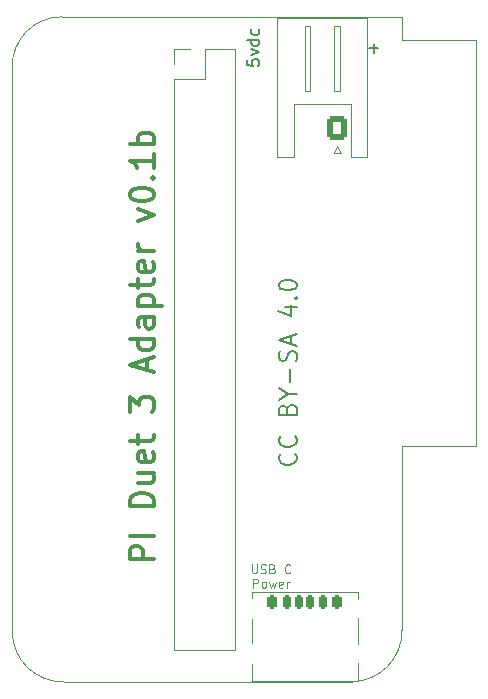
<source format=gbr>
G04 #@! TF.GenerationSoftware,KiCad,Pcbnew,(6.0.0)*
G04 #@! TF.CreationDate,2022-05-07T15:13:21-04:00*
G04 #@! TF.ProjectId,PI4Adapter,50493441-6461-4707-9465-722e6b696361,0.1b*
G04 #@! TF.SameCoordinates,Original*
G04 #@! TF.FileFunction,Legend,Top*
G04 #@! TF.FilePolarity,Positive*
%FSLAX46Y46*%
G04 Gerber Fmt 4.6, Leading zero omitted, Abs format (unit mm)*
G04 Created by KiCad (PCBNEW (6.0.0)) date 2022-05-07 15:13:21*
%MOMM*%
%LPD*%
G01*
G04 APERTURE LIST*
G04 Aperture macros list*
%AMRoundRect*
0 Rectangle with rounded corners*
0 $1 Rounding radius*
0 $2 $3 $4 $5 $6 $7 $8 $9 X,Y pos of 4 corners*
0 Add a 4 corners polygon primitive as box body*
4,1,4,$2,$3,$4,$5,$6,$7,$8,$9,$2,$3,0*
0 Add four circle primitives for the rounded corners*
1,1,$1+$1,$2,$3*
1,1,$1+$1,$4,$5*
1,1,$1+$1,$6,$7*
1,1,$1+$1,$8,$9*
0 Add four rect primitives between the rounded corners*
20,1,$1+$1,$2,$3,$4,$5,0*
20,1,$1+$1,$4,$5,$6,$7,0*
20,1,$1+$1,$6,$7,$8,$9,0*
20,1,$1+$1,$8,$9,$2,$3,0*%
G04 Aperture macros list end*
%ADD10C,0.200000*%
G04 #@! TA.AperFunction,Profile*
%ADD11C,0.100000*%
G04 #@! TD*
%ADD12C,0.300000*%
%ADD13C,0.100000*%
%ADD14C,0.120000*%
%ADD15R,1.700000X1.700000*%
%ADD16O,1.700000X1.700000*%
%ADD17RoundRect,0.250000X0.600000X0.750000X-0.600000X0.750000X-0.600000X-0.750000X0.600000X-0.750000X0*%
%ADD18O,1.700000X2.000000*%
%ADD19RoundRect,0.175000X-0.175000X-0.425000X0.175000X-0.425000X0.175000X0.425000X-0.175000X0.425000X0*%
%ADD20RoundRect,0.190000X-0.190000X-0.410000X0.190000X-0.410000X0.190000X0.410000X-0.190000X0.410000X0*%
%ADD21RoundRect,0.200000X-0.200000X-0.400000X0.200000X-0.400000X0.200000X0.400000X-0.200000X0.400000X0*%
%ADD22O,1.100000X1.700000*%
G04 APERTURE END LIST*
D10*
X134239047Y-76271428D02*
X135000952Y-76271428D01*
X134620000Y-76652380D02*
X134620000Y-75890476D01*
X123912380Y-77223809D02*
X123912380Y-77700000D01*
X124388571Y-77747619D01*
X124340952Y-77700000D01*
X124293333Y-77604761D01*
X124293333Y-77366666D01*
X124340952Y-77271428D01*
X124388571Y-77223809D01*
X124483809Y-77176190D01*
X124721904Y-77176190D01*
X124817142Y-77223809D01*
X124864761Y-77271428D01*
X124912380Y-77366666D01*
X124912380Y-77604761D01*
X124864761Y-77700000D01*
X124817142Y-77747619D01*
X124245714Y-76842857D02*
X124912380Y-76604761D01*
X124245714Y-76366666D01*
X124912380Y-75557142D02*
X123912380Y-75557142D01*
X124864761Y-75557142D02*
X124912380Y-75652380D01*
X124912380Y-75842857D01*
X124864761Y-75938095D01*
X124817142Y-75985714D01*
X124721904Y-76033333D01*
X124436190Y-76033333D01*
X124340952Y-75985714D01*
X124293333Y-75938095D01*
X124245714Y-75842857D01*
X124245714Y-75652380D01*
X124293333Y-75557142D01*
X124864761Y-74652380D02*
X124912380Y-74747619D01*
X124912380Y-74938095D01*
X124864761Y-75033333D01*
X124817142Y-75080952D01*
X124721904Y-75128571D01*
X124436190Y-75128571D01*
X124340952Y-75080952D01*
X124293333Y-75033333D01*
X124245714Y-74938095D01*
X124245714Y-74747619D01*
X124293333Y-74652380D01*
D11*
X137000000Y-75600000D02*
X143300000Y-75600000D01*
X108235592Y-73600000D02*
X137000000Y-73600000D01*
X132750000Y-129899999D02*
G75*
G03*
X137000000Y-125550000I-52366J4302311D01*
G01*
X143300000Y-109950000D02*
X137000000Y-109950000D01*
X143300000Y-75600000D02*
X143300000Y-109950000D01*
X104000000Y-125685592D02*
G75*
G03*
X108361560Y-129900000I4256623J41120D01*
G01*
X104000000Y-125685592D02*
X104000000Y-77907877D01*
X132750000Y-129900000D02*
X108361560Y-129900000D01*
X137000000Y-73600000D02*
X137000000Y-75600000D01*
X108235592Y-73600000D02*
G75*
G03*
X104000000Y-77907877I-46932J-4190054D01*
G01*
X137000000Y-109950000D02*
X137000000Y-125550000D01*
D12*
X115985341Y-119523004D02*
X113985341Y-119523004D01*
X113985341Y-118761099D01*
X114080580Y-118570623D01*
X114175818Y-118475384D01*
X114366294Y-118380146D01*
X114652008Y-118380146D01*
X114842484Y-118475384D01*
X114937722Y-118570623D01*
X115032960Y-118761099D01*
X115032960Y-119523004D01*
X115985341Y-117523004D02*
X113985341Y-117523004D01*
X115985341Y-115046813D02*
X113985341Y-115046813D01*
X113985341Y-114570623D01*
X114080580Y-114284908D01*
X114271056Y-114094432D01*
X114461532Y-113999194D01*
X114842484Y-113903956D01*
X115128199Y-113903956D01*
X115509151Y-113999194D01*
X115699627Y-114094432D01*
X115890103Y-114284908D01*
X115985341Y-114570623D01*
X115985341Y-115046813D01*
X114652008Y-112189670D02*
X115985341Y-112189670D01*
X114652008Y-113046813D02*
X115699627Y-113046813D01*
X115890103Y-112951575D01*
X115985341Y-112761099D01*
X115985341Y-112475384D01*
X115890103Y-112284908D01*
X115794865Y-112189670D01*
X115890103Y-110475384D02*
X115985341Y-110665861D01*
X115985341Y-111046813D01*
X115890103Y-111237289D01*
X115699627Y-111332527D01*
X114937722Y-111332527D01*
X114747246Y-111237289D01*
X114652008Y-111046813D01*
X114652008Y-110665861D01*
X114747246Y-110475384D01*
X114937722Y-110380146D01*
X115128199Y-110380146D01*
X115318675Y-111332527D01*
X114652008Y-109808718D02*
X114652008Y-109046813D01*
X113985341Y-109523004D02*
X115699627Y-109523004D01*
X115890103Y-109427765D01*
X115985341Y-109237289D01*
X115985341Y-109046813D01*
X113985341Y-107046813D02*
X113985341Y-105808718D01*
X114747246Y-106475384D01*
X114747246Y-106189670D01*
X114842484Y-105999194D01*
X114937722Y-105903956D01*
X115128199Y-105808718D01*
X115604389Y-105808718D01*
X115794865Y-105903956D01*
X115890103Y-105999194D01*
X115985341Y-106189670D01*
X115985341Y-106761099D01*
X115890103Y-106951575D01*
X115794865Y-107046813D01*
X115413913Y-103523004D02*
X115413913Y-102570623D01*
X115985341Y-103713480D02*
X113985341Y-103046813D01*
X115985341Y-102380146D01*
X115985341Y-100856337D02*
X113985341Y-100856337D01*
X115890103Y-100856337D02*
X115985341Y-101046813D01*
X115985341Y-101427765D01*
X115890103Y-101618242D01*
X115794865Y-101713480D01*
X115604389Y-101808718D01*
X115032960Y-101808718D01*
X114842484Y-101713480D01*
X114747246Y-101618242D01*
X114652008Y-101427765D01*
X114652008Y-101046813D01*
X114747246Y-100856337D01*
X115985341Y-99046813D02*
X114937722Y-99046813D01*
X114747246Y-99142051D01*
X114652008Y-99332527D01*
X114652008Y-99713480D01*
X114747246Y-99903956D01*
X115890103Y-99046813D02*
X115985341Y-99237289D01*
X115985341Y-99713480D01*
X115890103Y-99903956D01*
X115699627Y-99999194D01*
X115509151Y-99999194D01*
X115318675Y-99903956D01*
X115223437Y-99713480D01*
X115223437Y-99237289D01*
X115128199Y-99046813D01*
X114652008Y-98094432D02*
X116652008Y-98094432D01*
X114747246Y-98094432D02*
X114652008Y-97903956D01*
X114652008Y-97523004D01*
X114747246Y-97332527D01*
X114842484Y-97237289D01*
X115032960Y-97142051D01*
X115604389Y-97142051D01*
X115794865Y-97237289D01*
X115890103Y-97332527D01*
X115985341Y-97523004D01*
X115985341Y-97903956D01*
X115890103Y-98094432D01*
X114652008Y-96570623D02*
X114652008Y-95808718D01*
X113985341Y-96284908D02*
X115699627Y-96284908D01*
X115890103Y-96189670D01*
X115985341Y-95999194D01*
X115985341Y-95808718D01*
X115890103Y-94380146D02*
X115985341Y-94570623D01*
X115985341Y-94951575D01*
X115890103Y-95142051D01*
X115699627Y-95237289D01*
X114937722Y-95237289D01*
X114747246Y-95142051D01*
X114652008Y-94951575D01*
X114652008Y-94570623D01*
X114747246Y-94380146D01*
X114937722Y-94284908D01*
X115128199Y-94284908D01*
X115318675Y-95237289D01*
X115985341Y-93427765D02*
X114652008Y-93427765D01*
X115032960Y-93427765D02*
X114842484Y-93332527D01*
X114747246Y-93237289D01*
X114652008Y-93046813D01*
X114652008Y-92856337D01*
X114652008Y-90856337D02*
X115985341Y-90380146D01*
X114652008Y-89903956D01*
X113985341Y-88761099D02*
X113985341Y-88570623D01*
X114080580Y-88380146D01*
X114175818Y-88284908D01*
X114366294Y-88189670D01*
X114747246Y-88094432D01*
X115223437Y-88094432D01*
X115604389Y-88189670D01*
X115794865Y-88284908D01*
X115890103Y-88380146D01*
X115985341Y-88570623D01*
X115985341Y-88761099D01*
X115890103Y-88951575D01*
X115794865Y-89046813D01*
X115604389Y-89142051D01*
X115223437Y-89237289D01*
X114747246Y-89237289D01*
X114366294Y-89142051D01*
X114175818Y-89046813D01*
X114080580Y-88951575D01*
X113985341Y-88761099D01*
X115794865Y-87237289D02*
X115890103Y-87142051D01*
X115985341Y-87237289D01*
X115890103Y-87332527D01*
X115794865Y-87237289D01*
X115985341Y-87237289D01*
X115985341Y-85237289D02*
X115985341Y-86380146D01*
X115985341Y-85808718D02*
X113985341Y-85808718D01*
X114271056Y-85999194D01*
X114461532Y-86189670D01*
X114556770Y-86380146D01*
X115985341Y-84380146D02*
X113985341Y-84380146D01*
X114747246Y-84380146D02*
X114652008Y-84189670D01*
X114652008Y-83808718D01*
X114747246Y-83618242D01*
X114842484Y-83523004D01*
X115032960Y-83427765D01*
X115604389Y-83427765D01*
X115794865Y-83523004D01*
X115890103Y-83618242D01*
X115985341Y-83808718D01*
X115985341Y-84189670D01*
X115890103Y-84380146D01*
D13*
X124278918Y-119966030D02*
X124278918Y-120573173D01*
X124314632Y-120644602D01*
X124350346Y-120680316D01*
X124421775Y-120716030D01*
X124564632Y-120716030D01*
X124636061Y-120680316D01*
X124671775Y-120644602D01*
X124707489Y-120573173D01*
X124707489Y-119966030D01*
X125028918Y-120680316D02*
X125136061Y-120716030D01*
X125314632Y-120716030D01*
X125386061Y-120680316D01*
X125421775Y-120644602D01*
X125457489Y-120573173D01*
X125457489Y-120501745D01*
X125421775Y-120430316D01*
X125386061Y-120394602D01*
X125314632Y-120358887D01*
X125171775Y-120323173D01*
X125100346Y-120287459D01*
X125064632Y-120251745D01*
X125028918Y-120180316D01*
X125028918Y-120108887D01*
X125064632Y-120037459D01*
X125100346Y-120001745D01*
X125171775Y-119966030D01*
X125350346Y-119966030D01*
X125457489Y-120001745D01*
X126028918Y-120323173D02*
X126136061Y-120358887D01*
X126171775Y-120394602D01*
X126207489Y-120466030D01*
X126207489Y-120573173D01*
X126171775Y-120644602D01*
X126136061Y-120680316D01*
X126064632Y-120716030D01*
X125778918Y-120716030D01*
X125778918Y-119966030D01*
X126028918Y-119966030D01*
X126100346Y-120001745D01*
X126136061Y-120037459D01*
X126171775Y-120108887D01*
X126171775Y-120180316D01*
X126136061Y-120251745D01*
X126100346Y-120287459D01*
X126028918Y-120323173D01*
X125778918Y-120323173D01*
X127528918Y-120644602D02*
X127493203Y-120680316D01*
X127386061Y-120716030D01*
X127314632Y-120716030D01*
X127207489Y-120680316D01*
X127136061Y-120608887D01*
X127100346Y-120537459D01*
X127064632Y-120394602D01*
X127064632Y-120287459D01*
X127100346Y-120144602D01*
X127136061Y-120073173D01*
X127207489Y-120001745D01*
X127314632Y-119966030D01*
X127386061Y-119966030D01*
X127493203Y-120001745D01*
X127528918Y-120037459D01*
X124403918Y-121923530D02*
X124403918Y-121173530D01*
X124689632Y-121173530D01*
X124761061Y-121209245D01*
X124796775Y-121244959D01*
X124832489Y-121316387D01*
X124832489Y-121423530D01*
X124796775Y-121494959D01*
X124761061Y-121530673D01*
X124689632Y-121566387D01*
X124403918Y-121566387D01*
X125261061Y-121923530D02*
X125189632Y-121887816D01*
X125153918Y-121852102D01*
X125118203Y-121780673D01*
X125118203Y-121566387D01*
X125153918Y-121494959D01*
X125189632Y-121459245D01*
X125261061Y-121423530D01*
X125368203Y-121423530D01*
X125439632Y-121459245D01*
X125475346Y-121494959D01*
X125511061Y-121566387D01*
X125511061Y-121780673D01*
X125475346Y-121852102D01*
X125439632Y-121887816D01*
X125368203Y-121923530D01*
X125261061Y-121923530D01*
X125761061Y-121423530D02*
X125903918Y-121923530D01*
X126046775Y-121566387D01*
X126189632Y-121923530D01*
X126332489Y-121423530D01*
X126903918Y-121887816D02*
X126832489Y-121923530D01*
X126689632Y-121923530D01*
X126618203Y-121887816D01*
X126582489Y-121816387D01*
X126582489Y-121530673D01*
X126618203Y-121459245D01*
X126689632Y-121423530D01*
X126832489Y-121423530D01*
X126903918Y-121459245D01*
X126939632Y-121530673D01*
X126939632Y-121602102D01*
X126582489Y-121673530D01*
X127261061Y-121923530D02*
X127261061Y-121423530D01*
X127261061Y-121566387D02*
X127296775Y-121494959D01*
X127332489Y-121459245D01*
X127403918Y-121423530D01*
X127475346Y-121423530D01*
D10*
X127925392Y-110609118D02*
X127996820Y-110680546D01*
X128068249Y-110894832D01*
X128068249Y-111037689D01*
X127996820Y-111251975D01*
X127853963Y-111394832D01*
X127711106Y-111466261D01*
X127425392Y-111537689D01*
X127211106Y-111537689D01*
X126925392Y-111466261D01*
X126782535Y-111394832D01*
X126639678Y-111251975D01*
X126568249Y-111037689D01*
X126568249Y-110894832D01*
X126639678Y-110680546D01*
X126711106Y-110609118D01*
X127925392Y-109109118D02*
X127996820Y-109180546D01*
X128068249Y-109394832D01*
X128068249Y-109537689D01*
X127996820Y-109751975D01*
X127853963Y-109894832D01*
X127711106Y-109966261D01*
X127425392Y-110037689D01*
X127211106Y-110037689D01*
X126925392Y-109966261D01*
X126782535Y-109894832D01*
X126639678Y-109751975D01*
X126568249Y-109537689D01*
X126568249Y-109394832D01*
X126639678Y-109180546D01*
X126711106Y-109109118D01*
X127282535Y-106823403D02*
X127353963Y-106609118D01*
X127425392Y-106537689D01*
X127568249Y-106466261D01*
X127782535Y-106466261D01*
X127925392Y-106537689D01*
X127996820Y-106609118D01*
X128068249Y-106751975D01*
X128068249Y-107323403D01*
X126568249Y-107323403D01*
X126568249Y-106823403D01*
X126639678Y-106680546D01*
X126711106Y-106609118D01*
X126853963Y-106537689D01*
X126996820Y-106537689D01*
X127139678Y-106609118D01*
X127211106Y-106680546D01*
X127282535Y-106823403D01*
X127282535Y-107323403D01*
X127353963Y-105537689D02*
X128068249Y-105537689D01*
X126568249Y-106037689D02*
X127353963Y-105537689D01*
X126568249Y-105037689D01*
X127496820Y-104537689D02*
X127496820Y-103394832D01*
X127996820Y-102751975D02*
X128068249Y-102537689D01*
X128068249Y-102180546D01*
X127996820Y-102037689D01*
X127925392Y-101966261D01*
X127782535Y-101894832D01*
X127639678Y-101894832D01*
X127496820Y-101966261D01*
X127425392Y-102037689D01*
X127353963Y-102180546D01*
X127282535Y-102466261D01*
X127211106Y-102609118D01*
X127139678Y-102680546D01*
X126996820Y-102751975D01*
X126853963Y-102751975D01*
X126711106Y-102680546D01*
X126639678Y-102609118D01*
X126568249Y-102466261D01*
X126568249Y-102109118D01*
X126639678Y-101894832D01*
X127639678Y-101323403D02*
X127639678Y-100609118D01*
X128068249Y-101466261D02*
X126568249Y-100966261D01*
X128068249Y-100466261D01*
X127068249Y-98180546D02*
X128068249Y-98180546D01*
X126496820Y-98537689D02*
X127568249Y-98894832D01*
X127568249Y-97966261D01*
X127925392Y-97394832D02*
X127996820Y-97323403D01*
X128068249Y-97394832D01*
X127996820Y-97466261D01*
X127925392Y-97394832D01*
X128068249Y-97394832D01*
X126568249Y-96394832D02*
X126568249Y-96251975D01*
X126639678Y-96109118D01*
X126711106Y-96037689D01*
X126853963Y-95966261D01*
X127139678Y-95894832D01*
X127496820Y-95894832D01*
X127782535Y-95966261D01*
X127925392Y-96037689D01*
X127996820Y-96109118D01*
X128068249Y-96251975D01*
X128068249Y-96394832D01*
X127996820Y-96537689D01*
X127925392Y-96609118D01*
X127782535Y-96680546D01*
X127496820Y-96751975D01*
X127139678Y-96751975D01*
X126853963Y-96680546D01*
X126711106Y-96609118D01*
X126639678Y-96537689D01*
X126568249Y-96394832D01*
D14*
X120295000Y-76295000D02*
X122895000Y-76295000D01*
X117695000Y-78895000D02*
X120295000Y-78895000D01*
X117695000Y-78895000D02*
X117695000Y-127215000D01*
X117695000Y-127215000D02*
X122895000Y-127215000D01*
X117695000Y-76295000D02*
X119025000Y-76295000D01*
X117695000Y-77625000D02*
X117695000Y-76295000D01*
X122895000Y-76295000D02*
X122895000Y-127215000D01*
X120295000Y-78895000D02*
X120295000Y-76295000D01*
X126440000Y-85460000D02*
X127860000Y-85460000D01*
X127860000Y-85460000D02*
X127860000Y-80960000D01*
X131750000Y-79850000D02*
X131750000Y-74350000D01*
X131750000Y-74350000D02*
X131250000Y-74350000D01*
X131500000Y-84550000D02*
X131800000Y-85150000D01*
X131800000Y-85150000D02*
X131200000Y-85150000D01*
X131250000Y-79850000D02*
X131750000Y-79850000D01*
X130250000Y-73740000D02*
X126440000Y-73740000D01*
X127860000Y-80960000D02*
X130250000Y-80960000D01*
X132640000Y-80960000D02*
X130250000Y-80960000D01*
X129250000Y-79850000D02*
X129250000Y-74350000D01*
X128750000Y-79850000D02*
X129250000Y-79850000D01*
X131200000Y-85150000D02*
X131500000Y-84550000D01*
X134060000Y-73740000D02*
X134060000Y-85460000D01*
X128750000Y-74350000D02*
X128750000Y-79850000D01*
X132640000Y-85460000D02*
X132640000Y-80960000D01*
X126440000Y-73740000D02*
X126440000Y-85460000D01*
X131250000Y-74350000D02*
X131250000Y-79850000D01*
X129250000Y-74350000D02*
X128750000Y-74350000D01*
X134060000Y-85460000D02*
X132640000Y-85460000D01*
X130250000Y-73740000D02*
X134060000Y-73740000D01*
X124295578Y-129876269D02*
X133235578Y-129876269D01*
X124367625Y-122321100D02*
X133235578Y-122321100D01*
X124295578Y-122321100D02*
X124295578Y-129876269D01*
X133235578Y-122321100D02*
X133235578Y-129876269D01*
%LPC*%
D15*
X139060000Y-77575000D03*
D16*
X141600000Y-77575000D03*
X139060000Y-80115000D03*
X141600000Y-80115000D03*
X139060000Y-82655000D03*
X141600000Y-82655000D03*
X139060000Y-85195000D03*
X141600000Y-85195000D03*
X139060000Y-87735000D03*
X141600000Y-87735000D03*
X139060000Y-90275000D03*
X141600000Y-90275000D03*
X139060000Y-92815000D03*
X141600000Y-92815000D03*
X139060000Y-95355000D03*
X141600000Y-95355000D03*
X139060000Y-97895000D03*
X141600000Y-97895000D03*
X139060000Y-100435000D03*
X141600000Y-100435000D03*
X139060000Y-102975000D03*
X141600000Y-102975000D03*
X139060000Y-105515000D03*
X141600000Y-105515000D03*
X139060000Y-108055000D03*
X141600000Y-108055000D03*
D15*
X119025000Y-77625000D03*
D16*
X121565000Y-77625000D03*
X119025000Y-80165000D03*
X121565000Y-80165000D03*
X119025000Y-82705000D03*
X121565000Y-82705000D03*
X119025000Y-85245000D03*
X121565000Y-85245000D03*
X119025000Y-87785000D03*
X121565000Y-87785000D03*
X119025000Y-90325000D03*
X121565000Y-90325000D03*
X119025000Y-92865000D03*
X121565000Y-92865000D03*
X119025000Y-95405000D03*
X121565000Y-95405000D03*
X119025000Y-97945000D03*
X121565000Y-97945000D03*
X119025000Y-100485000D03*
X121565000Y-100485000D03*
X119025000Y-103025000D03*
X121565000Y-103025000D03*
X119025000Y-105565000D03*
X121565000Y-105565000D03*
X119025000Y-108105000D03*
X121565000Y-108105000D03*
X119025000Y-110645000D03*
X121565000Y-110645000D03*
X119025000Y-113185000D03*
X121565000Y-113185000D03*
X119025000Y-115725000D03*
X121565000Y-115725000D03*
X119025000Y-118265000D03*
X121565000Y-118265000D03*
X119025000Y-120805000D03*
X121565000Y-120805000D03*
X119025000Y-123345000D03*
X121565000Y-123345000D03*
X119025000Y-125885000D03*
X121565000Y-125885000D03*
D17*
X131500000Y-83050000D03*
D18*
X129000000Y-83050000D03*
D19*
X128249746Y-123159549D03*
D20*
X130269746Y-123159549D03*
D21*
X131499746Y-123159549D03*
D19*
X129249746Y-123159549D03*
D20*
X127229746Y-123159549D03*
D21*
X125999746Y-123159549D03*
D22*
X124377800Y-127569331D03*
X133017800Y-127519654D03*
X124377800Y-123771100D03*
X133017800Y-123771100D03*
D15*
X108250000Y-77700000D03*
D16*
X110790000Y-77700000D03*
X108250000Y-80240000D03*
X110790000Y-80240000D03*
X108250000Y-82780000D03*
X110790000Y-82780000D03*
X108250000Y-85320000D03*
X110790000Y-85320000D03*
X108250000Y-87860000D03*
X110790000Y-87860000D03*
X108250000Y-90400000D03*
X110790000Y-90400000D03*
X108250000Y-92940000D03*
X110790000Y-92940000D03*
X108250000Y-95480000D03*
X110790000Y-95480000D03*
X108250000Y-98020000D03*
X110790000Y-98020000D03*
X108250000Y-100560000D03*
X110790000Y-100560000D03*
X108250000Y-103100000D03*
X110790000Y-103100000D03*
X108250000Y-105640000D03*
X110790000Y-105640000D03*
X108250000Y-108180000D03*
X110790000Y-108180000D03*
X108250000Y-110720000D03*
X110790000Y-110720000D03*
X108250000Y-113260000D03*
X110790000Y-113260000D03*
X108250000Y-115800000D03*
X110790000Y-115800000D03*
X108250000Y-118340000D03*
X110790000Y-118340000D03*
X108250000Y-120880000D03*
X110790000Y-120880000D03*
X108250000Y-123420000D03*
X110790000Y-123420000D03*
X108250000Y-125960000D03*
X110790000Y-125960000D03*
M02*

</source>
